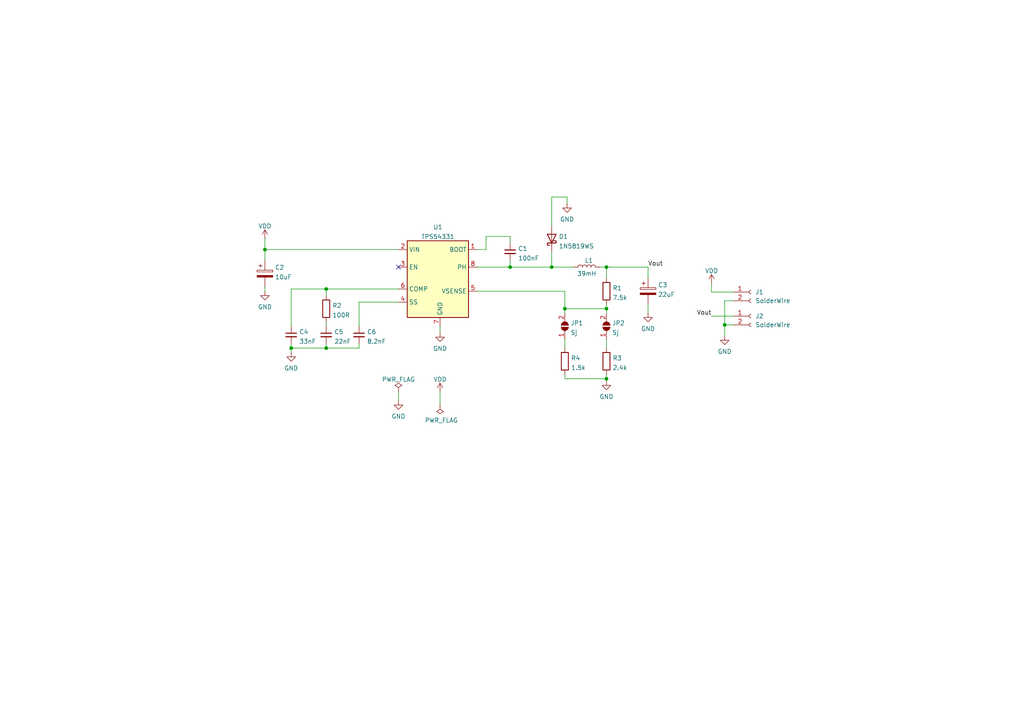
<source format=kicad_sch>
(kicad_sch (version 20211123) (generator eeschema)
  (paper "A4")
  (title_block (title "Buck Converter 6-28V  to  3,3V or 5V") (date "2022-04-15") (company "Dario Gonzalez ") (comment 1 "https://github.com/darioGg3/Buck_Converter_3v3_5v"))
  (lib_symbols
    (symbol "Connector:Conn_01x02_Female" (pin_names (offset 1.016) hide)
      (property "Reference" "J" (at 0 2.54 0))
      (property "Value" "Conn_01x02_Female" (at 0 -5.08 0))
      (symbol "Conn_01x02_Female_1_1"
        (arc (start 0 -2.032) (mid -0.508 -2.54) (end 0 -3.048) (stroke (width 0.1524)))
        (polyline (pts (xy -1.27 -2.54) (xy -0.508 -2.54)) (stroke (width 0.1524)))
        (polyline (pts (xy -1.27 0) (xy -0.508 0)) (stroke (width 0.1524)))
        (arc (start 0 0.508) (mid -0.508 0) (end 0 -0.508) (stroke (width 0.1524)))
        (pin passive line (at -5.08 0 0) (length 3.81) (name "Pin_1") (number "1"))
        (pin passive line (at -5.08 -2.54 0) (length 3.81) (name "Pin_2") (number "2"))
      )
    )
    (symbol "Device:C_Polarized" (pin_numbers hide) (pin_names (offset 0.254))
      (property "Reference" "C" (at 0.635 2.54 0))
      (property "Value" "C_Polarized" (at 0.635 -2.54 0))
      (symbol "C_Polarized_0_1"
        (rectangle (start -2.286 0.508) (end 2.286 1.016))
        (polyline (pts (xy -1.778 2.286) (xy -0.762 2.286)))
        (polyline (pts (xy -1.27 2.794) (xy -1.27 1.778)))
        (rectangle (start 2.286 -0.508) (end -2.286 -1.016) (fill (type outline)))
      )
      (symbol "C_Polarized_1_1"
        (pin passive line (at 0 3.81 270) (length 2.794) (name "~") (number "1"))
        (pin passive line (at 0 -3.81 90) (length 2.794) (name "~") (number "2"))
      )
    )
    (symbol "Device:C_Small" (pin_numbers hide) (pin_names (offset 0.254) hide)
      (property "Reference" "C" (at 0.254 1.778 0))
      (property "Value" "C_Small" (at 0.254 -2.032 0))
      (symbol "C_Small_0_1"
        (polyline (pts (xy -1.524 -0.508) (xy 1.524 -0.508)) (stroke (width 0.3302)))
        (polyline (pts (xy -1.524 0.508) (xy 1.524 0.508)) (stroke (width 0.3048)))
      )
      (symbol "C_Small_1_1"
        (pin passive line (at 0 2.54 270) (length 2.032) (name "~") (number "1"))
        (pin passive line (at 0 -2.54 90) (length 2.032) (name "~") (number "2"))
      )
    )
    (symbol "Device:D_Schottky" (pin_numbers hide) (pin_names (offset 1.016) hide)
      (property "Reference" "D" (at 0 2.54 0))
      (property "Value" "D_Schottky" (at 0 -2.54 0))
      (symbol "D_Schottky_0_1"
        (polyline (pts (xy 1.27 0) (xy -1.27 0)))
        (polyline (pts (xy 1.27 1.27) (xy 1.27 -1.27) (xy -1.27 0) (xy 1.27 1.27)) (stroke (width 0.254)))
        (polyline (pts (xy -1.905 0.635) (xy -1.905 1.27) (xy -1.27 1.27) (xy -1.27 -1.27) (xy -0.635 -1.27) (xy -0.635 -0.635)) (stroke (width 0.254)))
      )
      (symbol "D_Schottky_1_1"
        (pin passive line (at -3.81 0 0) (length 2.54) (name "K") (number "1"))
        (pin passive line (at 3.81 0 180) (length 2.54) (name "A") (number "2"))
      )
    )
    (symbol "Device:L" (pin_numbers hide) (pin_names (offset 1.016) hide)
      (property "Reference" "L" (at -1.27 0 90))
      (property "Value" "L" (at 1.905 0 90))
      (symbol "L_0_1"
        (arc (start 0 -2.54) (mid 0.635 -1.905) (end 0 -1.27))
        (arc (start 0 -1.27) (mid 0.635 -0.635) (end 0 0))
        (arc (start 0 0) (mid 0.635 0.635) (end 0 1.27))
        (arc (start 0 1.27) (mid 0.635 1.905) (end 0 2.54))
      )
      (symbol "L_1_1"
        (pin passive line (at 0 3.81 270) (length 1.27) (name "1") (number "1"))
        (pin passive line (at 0 -3.81 90) (length 1.27) (name "2") (number "2"))
      )
    )
    (symbol "Device:R" (pin_numbers hide) (pin_names (offset 0))
      (property "Reference" "R" (at 2.032 0 90))
      (property "Value" "R" (at 0 0 90))
      (symbol "R_0_1"
        (rectangle (start -1.016 -2.54) (end 1.016 2.54) (stroke (width 0.254)))
      )
      (symbol "R_1_1"
        (pin passive line (at 0 3.81 270) (length 1.27) (name "~") (number "1"))
        (pin passive line (at 0 -3.81 90) (length 1.27) (name "~") (number "2"))
      )
    )
    (symbol "Jumper:SolderJumper_2_Open" (pin_names (offset 0) hide)
      (property "Reference" "JP" (at 0 2.032 0))
      (property "Value" "SolderJumper_2_Open" (at 0 -2.54 0))
      (symbol "SolderJumper_2_Open_0_1"
        (arc (start -0.254 1.016) (mid -1.27 0) (end -0.254 -1.016))
        (arc (start -0.254 1.016) (mid -1.27 0) (end -0.254 -1.016) (fill (type outline)))
        (polyline (pts (xy -0.254 1.016) (xy -0.254 -1.016)))
        (polyline (pts (xy 0.254 1.016) (xy 0.254 -1.016)))
        (arc (start 0.254 -1.016) (mid 1.27 0) (end 0.254 1.016))
        (arc (start 0.254 -1.016) (mid 1.27 0) (end 0.254 1.016) (fill (type outline)))
      )
      (symbol "SolderJumper_2_Open_1_1"
        (pin passive line (at -3.81 0 0) (length 2.54) (name "A") (number "1"))
        (pin passive line (at 3.81 0 180) (length 2.54) (name "B") (number "2"))
      )
    )
    (symbol "TPS54331:TPS54331"
      (property "Reference" "U" (at -7.62 12.065 0))
      (property "Value" "TPS54331" (at 5.715 12.065 0))
      (symbol "TPS54331_0_1"
        (rectangle (start -8.89 10.16) (end 8.89 -12.065) (stroke (width 0.254)) (fill (type background)))
      )
      (symbol "TPS54331_1_1"
        (pin input line (at 11.43 7.62 180) (length 2.54) (name "BOOT") (number "1"))
        (pin power_in line (at -11.43 7.62 0) (length 2.54) (name "VIN") (number "2"))
        (pin input line (at -11.43 2.54 0) (length 2.54) (name "EN") (number "3"))
        (pin input line (at -11.43 -7.62 0) (length 2.54) (name "SS") (number "4"))
        (pin input line (at 11.43 -4.445 180) (length 2.54) (name "VSENSE") (number "5"))
        (pin input line (at -11.43 -3.81 0) (length 2.54) (name "COMP") (number "6"))
        (pin power_in line (at 0.635 -14.605 90) (length 2.54) (name "GND") (number "7"))
        (pin output line (at 11.43 2.54 180) (length 2.54) (name "PH") (number "8"))
      )
    )
    (symbol "power:GND" (power) (pin_names (offset 0))
      (property "Value" "GND" (at 0 -3.81 0))
      (symbol "GND_0_1"
        (polyline (pts (xy 0 0) (xy 0 -1.27) (xy 1.27 -1.27) (xy 0 -2.54) (xy -1.27 -1.27) (xy 0 -1.27)))
      )
      (symbol "GND_1_1"
        (pin power_in line (at 0 0 270) (length 0) hide (name "GND") (number "1"))
      )
    )
    (symbol "power:PWR_FLAG" (power) (pin_numbers hide) (pin_names (offset 0) hide)
      (property "Value" "PWR_FLAG" (at 0 3.81 0))
      (symbol "PWR_FLAG_0_0"
        (pin power_out line (at 0 0 90) (length 0) (name "pwr") (number "1"))
      )
      (symbol "PWR_FLAG_0_1"
        (polyline (pts (xy 0 0) (xy 0 1.27) (xy -1.016 1.905) (xy 0 2.54) (xy 1.016 1.905) (xy 0 1.27)))
      )
    )
    (symbol "power:VDD" (power) (pin_names (offset 0))
      (property "Value" "VDD" (at 0 3.81 0))
      (symbol "VDD_0_1"
        (polyline (pts (xy -0.762 1.27) (xy 0 2.54)))
        (polyline (pts (xy 0 0) (xy 0 2.54)))
        (polyline (pts (xy 0 2.54) (xy 0.762 1.27)))
      )
      (symbol "VDD_1_1"
        (pin power_in line (at 0 0 90) (length 0) hide (name "VDD") (number "1"))
      )
    )
  )
  (junction (at 210.185 94.234))
  (junction (at 94.615 100.965))
  (junction (at 84.455 100.965))
  (junction (at 160.02 77.47))
  (junction (at 163.83 89.535))
  (junction (at 175.895 109.855))
  (junction (at 175.895 77.47))
  (junction (at 76.835 72.39))
  (junction (at 147.955 77.47))
  (junction (at 94.615 83.82))
  (junction (at 175.895 89.535))
  (no_connect (at 115.57 77.47))
  (wire (pts (xy 187.96 77.47) (xy 175.895 77.47)))
  (wire (pts (xy 210.185 97.409) (xy 210.185 94.234)))
  (wire (pts (xy 147.955 77.47) (xy 147.955 75.565)))
  (wire (pts (xy 175.895 88.265) (xy 175.895 89.535)))
  (wire (pts (xy 84.455 99.695) (xy 84.455 100.965)))
  (wire (pts (xy 210.185 87.249) (xy 212.725 87.249)))
  (wire (pts (xy 138.43 84.455) (xy 163.83 84.455)))
  (wire (pts (xy 76.835 69.215) (xy 76.835 72.39)))
  (wire (pts (xy 138.43 72.39) (xy 140.97 72.39)))
  (wire (pts (xy 160.02 77.47) (xy 147.955 77.47)))
  (wire (pts (xy 104.14 100.965) (xy 104.14 99.695)))
  (wire (pts (xy 140.97 72.39) (xy 140.97 68.58)))
  (wire (pts (xy 175.895 98.425) (xy 175.895 100.965)))
  (wire (pts (xy 175.895 77.47) (xy 173.99 77.47)))
  (wire (pts (xy 163.83 109.855) (xy 175.895 109.855)))
  (wire (pts (xy 206.375 91.694) (xy 212.725 91.694)))
  (wire (pts (xy 115.57 113.665) (xy 115.57 116.205)))
  (wire (pts (xy 94.615 99.695) (xy 94.615 100.965)))
  (wire (pts (xy 160.02 77.47) (xy 166.37 77.47)))
  (wire (pts (xy 210.185 94.234) (xy 210.185 87.249)))
  (wire (pts (xy 187.96 80.645) (xy 187.96 77.47)))
  (wire (pts (xy 160.02 57.15) (xy 160.02 65.405)))
  (wire (pts (xy 138.43 77.47) (xy 147.955 77.47)))
  (wire (pts (xy 94.615 85.725) (xy 94.615 83.82)))
  (wire (pts (xy 206.375 82.169) (xy 206.375 84.709)))
  (wire (pts (xy 115.57 87.63) (xy 104.14 87.63)))
  (wire (pts (xy 140.97 68.58) (xy 147.955 68.58)))
  (wire (pts (xy 94.615 83.82) (xy 115.57 83.82)))
  (wire (pts (xy 175.895 80.645) (xy 175.895 77.47)))
  (wire (pts (xy 206.375 84.709) (xy 212.725 84.709)))
  (wire (pts (xy 115.57 72.39) (xy 76.835 72.39)))
  (wire (pts (xy 127.635 94.615) (xy 127.635 96.52)))
  (wire (pts (xy 164.465 59.055) (xy 164.465 57.15)))
  (wire (pts (xy 104.14 87.63) (xy 104.14 94.615)))
  (wire (pts (xy 164.465 57.15) (xy 160.02 57.15)))
  (wire (pts (xy 84.455 100.965) (xy 94.615 100.965)))
  (wire (pts (xy 94.615 100.965) (xy 104.14 100.965)))
  (wire (pts (xy 160.02 73.025) (xy 160.02 77.47)))
  (wire (pts (xy 147.955 68.58) (xy 147.955 70.485)))
  (wire (pts (xy 175.895 109.855) (xy 175.895 110.49)))
  (wire (pts (xy 84.455 83.82) (xy 94.615 83.82)))
  (wire (pts (xy 94.615 93.345) (xy 94.615 94.615)))
  (wire (pts (xy 175.895 108.585) (xy 175.895 109.855)))
  (wire (pts (xy 210.185 94.234) (xy 212.725 94.234)))
  (wire (pts (xy 163.83 84.455) (xy 163.83 89.535)))
  (wire (pts (xy 187.96 88.265) (xy 187.96 90.805)))
  (wire (pts (xy 76.835 83.185) (xy 76.835 84.455)))
  (wire (pts (xy 163.83 89.535) (xy 163.83 90.805)))
  (wire (pts (xy 76.835 72.39) (xy 76.835 75.565)))
  (wire (pts (xy 163.83 89.535) (xy 175.895 89.535)))
  (wire (pts (xy 163.83 108.585) (xy 163.83 109.855)))
  (wire (pts (xy 175.895 89.535) (xy 175.895 90.805)))
  (wire (pts (xy 163.83 98.425) (xy 163.83 100.965)))
  (wire (pts (xy 127.635 113.665) (xy 127.635 117.475)))
  (wire (pts (xy 84.455 94.615) (xy 84.455 83.82)))
  (wire (pts (xy 84.455 100.965) (xy 84.455 102.235)))
  (label "Vout" (at 206.375 91.694 180))
  (label "Vout" (at 187.96 77.47 0))
  (symbol (lib_id "Device:R") (at 175.895 84.455 0) (unit 1)
    (property "Reference" "R1" (at 177.673 83.5465 0) (effects (justify left)))
    (property "Value" "7.5k" (at 177.673 86.3216 0) (effects (justify left)))
    (property "Footprint" "Resistor_SMD:R_0402_1005Metric" (effects hide))
  )
  (symbol (lib_id "Connector:Conn_01x02_Female") (at 217.805 91.694 0) (unit 1)
    (property "Reference" "J2" (at 219.075 91.6939 0) (effects (justify left)))
    (property "Value" "SolderWire" (at 219.075 94.2339 0) (effects (justify left)))
    (property "Footprint" "Connector_Wire:SolderWire-0.5sqmm_1x02_P4.6mm_D0.9mm_OD2.1mm" (effects hide))
  )
  (symbol (lib_id "power:VDD") (at 76.835 69.215 0) (unit 1)
    (property "Reference" "#PWR0103" (effects hide))
    (property "Value" "VDD" (at 76.835 65.6105 0))
  )
  (symbol (lib_id "power:GND") (at 115.57 116.205 0) (unit 1)
    (property "Reference" "#PWR0101" (effects hide))
    (property "Value" "GND" (at 115.57 120.7675 0))
  )
  (symbol (lib_id "Device:R") (at 175.895 104.775 0) (unit 1)
    (property "Reference" "R3" (at 177.673 103.8665 0) (effects (justify left)))
    (property "Value" "2.4k" (at 177.673 106.6416 0) (effects (justify left)))
    (property "Footprint" "Resistor_SMD:R_0402_1005Metric" (effects hide))
  )
  (symbol (lib_id "power:PWR_FLAG") (at 115.57 113.665 0) (unit 1)
    (property "Reference" "#FLG0101" (effects hide))
    (property "Value" "PWR_FLAG" (at 115.57 110.0605 0))
  )
  (symbol (lib_id "power:GND") (at 210.185 97.409 0) (unit 1)
    (property "Reference" "#PWR08" (effects hide))
    (property "Value" "GND" (at 210.185 101.9715 0))
  )
  (symbol (lib_id "Jumper:SolderJumper_2_Open") (at 163.83 94.615 90) (unit 1)
    (property "Reference" "JP1" (at 165.481 93.7065 90) (effects (justify right)))
    (property "Value" "Sj" (at 165.481 96.4816 90) (effects (justify right)))
    (property "Footprint" "Jumper:SolderJumper-2_P1.3mm_Open_TrianglePad1.0x1.5mm" (effects hide))
  )
  (symbol (lib_id "Device:C_Small") (at 94.615 97.155 0) (unit 1)
    (property "Reference" "C5" (at 96.9391 96.2528 0) (effects (justify left)))
    (property "Value" "22nF" (at 96.9391 99.0279 0) (effects (justify left)))
    (property "Footprint" "Capacitor_SMD:C_0402_1005Metric" (effects hide))
  )
  (symbol (lib_id "Jumper:SolderJumper_2_Open") (at 175.895 94.615 90) (unit 1)
    (property "Reference" "JP2" (at 177.546 93.7065 90) (effects (justify right)))
    (property "Value" "Sj" (at 177.546 96.4816 90) (effects (justify right)))
    (property "Footprint" "Jumper:SolderJumper-2_P1.3mm_Open_TrianglePad1.0x1.5mm" (effects hide))
  )
  (symbol (lib_id "Device:R") (at 163.83 104.775 0) (unit 1)
    (property "Reference" "R4" (at 165.608 103.8665 0) (effects (justify left)))
    (property "Value" "1.5k" (at 165.608 106.6416 0) (effects (justify left)))
    (property "Footprint" "Resistor_SMD:R_0402_1005Metric" (effects hide))
  )
  (symbol (lib_id "Device:C_Small") (at 84.455 97.155 0) (unit 1)
    (property "Reference" "C4" (at 86.7791 96.2528 0) (effects (justify left)))
    (property "Value" "33nF" (at 86.7791 99.0279 0) (effects (justify left)))
    (property "Footprint" "Capacitor_SMD:C_0402_1005Metric" (effects hide))
  )
  (symbol (lib_id "power:PWR_FLAG") (at 127.635 117.475 180) (unit 1)
    (property "Reference" "#FLG0102" (effects hide))
    (property "Value" "PWR_FLAG" (at 123.19 121.92 0) (effects (justify right)))
  )
  (symbol (lib_id "power:GND") (at 175.895 110.49 0) (unit 1)
    (property "Reference" "#PWR05" (effects hide))
    (property "Value" "GND" (at 175.895 115.0525 0))
  )
  (symbol (lib_id "power:GND") (at 76.835 84.455 0) (unit 1)
    (property "Reference" "#PWR02" (effects hide))
    (property "Value" "GND" (at 76.835 89.0175 0))
  )
  (symbol (lib_id "power:GND") (at 127.635 96.52 0) (unit 1)
    (property "Reference" "#PWR04" (effects hide))
    (property "Value" "GND" (at 127.635 101.0825 0))
  )
  (symbol (lib_id "power:VDD") (at 127.635 113.665 0) (unit 1)
    (property "Reference" "#PWR0102" (effects hide))
    (property "Value" "VDD" (at 127.635 110.0605 0))
  )
  (symbol (lib_id "Device:C_Polarized") (at 187.96 84.455 0) (unit 1)
    (property "Reference" "C3" (at 190.881 82.6575 0) (effects (justify left)))
    (property "Value" "22uF" (at 190.881 85.4326 0) (effects (justify left)))
    (property "Footprint" "Capacitor_SMD:C_1206_3216Metric" (effects hide))
  )
  (symbol (lib_id "Device:D_Schottky") (at 160.02 69.215 90) (unit 1)
    (property "Reference" "D1" (at 162.052 68.624 90) (effects (justify right)))
    (property "Value" "1N5819WS" (at 162.052 71.3991 90) (effects (justify right)))
    (property "Footprint" "Diode_SMD:D_SOD-323" (effects hide))
  )
  (symbol (lib_id "power:VDD") (at 206.375 82.169 0) (unit 1)
    (property "Reference" "#PWR07" (effects hide))
    (property "Value" "VDD" (at 206.375 78.5645 0))
  )
  (symbol (lib_id "Device:R") (at 94.615 89.535 0) (unit 1)
    (property "Reference" "R2" (at 96.393 88.6265 0) (effects (justify left)))
    (property "Value" "100R" (at 96.393 91.4016 0) (effects (justify left)))
    (property "Footprint" "Resistor_SMD:R_0402_1005Metric" (effects hide))
  )
  (symbol (lib_id "Device:C_Polarized") (at 76.835 79.375 0) (unit 1)
    (property "Reference" "C2" (at 79.756 77.5775 0) (effects (justify left)))
    (property "Value" "10uF" (at 79.756 80.3526 0) (effects (justify left)))
    (property "Footprint" "Capacitor_Tantalum_SMD:CP_EIA-3216-10_Kemet-I" (effects hide))
  )
  (symbol (lib_id "power:GND") (at 164.465 59.055 0) (unit 1)
    (property "Reference" "#PWR01" (effects hide))
    (property "Value" "GND" (at 164.465 63.6175 0))
  )
  (symbol (lib_id "Connector:Conn_01x02_Female") (at 217.805 84.709 0) (unit 1)
    (property "Reference" "J1" (at 219.075 84.7089 0) (effects (justify left)))
    (property "Value" "SolderWire" (at 219.075 87.2489 0) (effects (justify left)))
    (property "Footprint" "Connector_Wire:SolderWire-0.5sqmm_1x02_P4.6mm_D0.9mm_OD2.1mm" (effects hide))
  )
  (symbol (lib_id "Device:L") (at 170.18 77.47 90) (unit 1)
    (property "Reference" "L1" (at 170.815 75.565 90))
    (property "Value" "39mH" (at 170.18 79.375 90))
    (property "Footprint" "Inductor_SMD:L_TracoPower_TCK-047_5.2x5.8mm" (effects hide))
  )
  (symbol (lib_id "Device:C_Small") (at 147.955 73.025 0) (unit 1)
    (property "Reference" "C1" (at 150.2791 72.1228 0) (effects (justify left)))
    (property "Value" "100nF" (at 150.2791 74.8979 0) (effects (justify left)))
    (property "Footprint" "Capacitor_SMD:C_0402_1005Metric" (effects hide))
  )
  (symbol (lib_id "power:GND") (at 84.455 102.235 0) (unit 1)
    (property "Reference" "#PWR06" (effects hide))
    (property "Value" "GND" (at 84.455 106.7975 0))
  )
  (symbol (lib_id "Device:C_Small") (at 104.14 97.155 0) (unit 1)
    (property "Reference" "C6" (at 106.4641 96.2528 0) (effects (justify left)))
    (property "Value" "8.2nF" (at 106.4641 99.0279 0) (effects (justify left)))
    (property "Footprint" "Capacitor_SMD:C_0402_1005Metric" (effects hide))
  )
  (symbol (lib_id "TPS54331:TPS54331") (at 127 80.01 0) (unit 1)
    (property "Reference" "U1" (at 127 65.8835 0))
    (property "Value" "TPS54331" (at 127 68.6586 0))
    (property "Footprint" "Package_SO:SOIC-8_3.9x4.9mm_P1.27mm" (effects hide))
  )
  (symbol (lib_id "power:GND") (at 187.96 90.805 0) (unit 1)
    (property "Reference" "#PWR03" (effects hide))
    (property "Value" "GND" (at 187.96 95.3675 0))
  )
)
</source>
